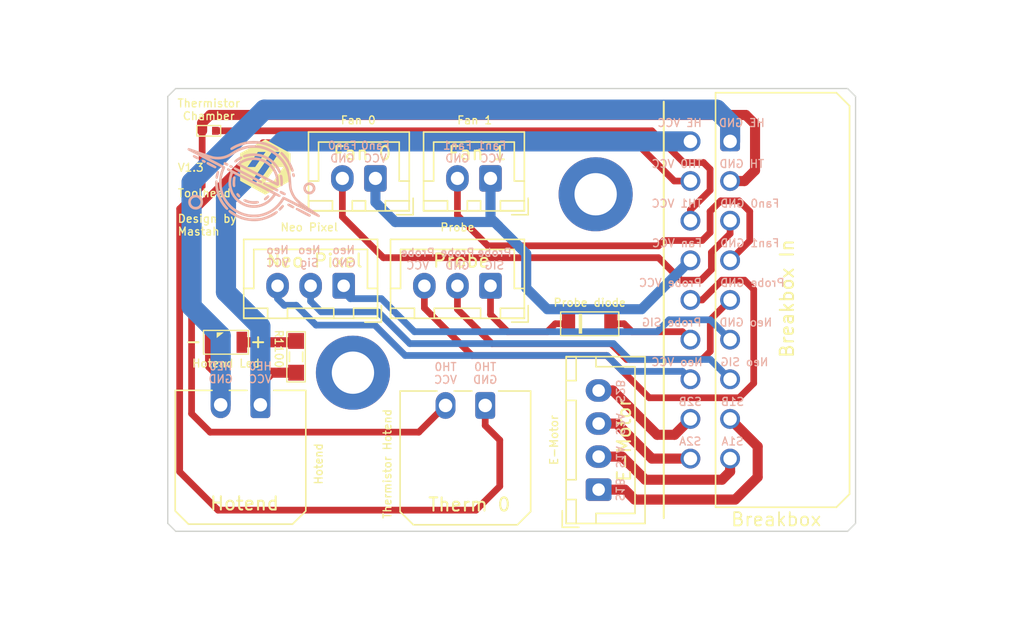
<source format=kicad_pcb>
(kicad_pcb (version 20211014) (generator pcbnew)
  (layers (0 "F.Cu" signal) (31 "B.Cu" signal) (34 "B.Paste" user) (35 "F.Paste" user) (36 "B.SilkS" user "B.Silkscreen") (37 "F.SilkS" user "F.Silkscreen") (38 "B.Mask" user) (39 "F.Mask" user) (44 "Edge.Cuts" user))
  (net 0 "")
  (footprint "Connector_Molex:Molex_Micro-Fit_3.0_43650-0200_1x02_P3.00mm_Horizontal" (layer "F.Cu") (at 92 102.48 180)
    (fp_text reference "Therm 0" (at 1.2 -7.5) (layer "F.SilkS"))
    (fp_text value "Molex_Micro-Fit_3.0_43650-0200_1x02_P3.00mm_Horizontal" hide)
    (pad "" np_thru_hole circle (at 1.5 -4.32 180) (size 3 3) (drill 3) (layers *.Cu *.Mask))
    (pad "1" thru_hole roundrect (at 0 0 180) (size 1.5 2.02) (drill 1.02) (layers *.Cu *.Mask) (roundrect_rratio 0.1666673333))
    (pad "2" thru_hole oval (at 3 0 180) (size 1.5 2.02) (drill 1.02) (layers *.Cu *.Mask))
  )
  (footprint "MountingHole:MountingHole_3.2mm_M3_DIN965_Pad" (layer "F.Cu") (at 100.35 86.5)
    (fp_text reference "REF**" hide)
    (fp_text value "MountingHole_3.2mm_M3_DIN965_Pad" hide)
    (pad "1" thru_hole circle (at 0 0) (size 5.6 5.6) (drill 3.2) (layers *.Cu *.Mask))
  )
  (footprint "Connector_JST:JST_XH_B3B-XH-A_1x03_P2.50mm_Vertical" (layer "F.Cu") (at 81.3 93.425 180)
    (fp_text reference "Neo Pixel" (at 2.2 1.9) (layer "F.SilkS"))
    (fp_text value "JST_XH_B3B-XH-A_1x03_P2.50mm_Vertical" hide)
    (pad "1" thru_hole roundrect (at 0 0 180) (size 1.7 1.95) (drill 0.95) (layers *.Cu *.Mask) (roundrect_rratio 0.1470588235))
    (pad "2" thru_hole oval (at 2.5 0 180) (size 1.7 1.95) (drill 0.95) (layers *.Cu *.Mask))
    (pad "3" thru_hole oval (at 5 0 180) (size 1.7 1.95) (drill 0.95) (layers *.Cu *.Mask))
  )
  (footprint "Connector_JST:JST_XH_B4B-XH-A_1x04_P2.50mm_Vertical" (layer "F.Cu") (at 100.575 108.85 90)
    (fp_text reference "E-Motor" (at 3.75 1.925 90) (layer "F.SilkS"))
    (fp_text value "JST_XH_B4B-XH-A_1x04_P2.50mm_Vertical" hide)
    (pad "1" thru_hole roundrect (at 0 0 90) (size 1.7 1.95) (drill 0.95) (layers *.Cu *.Mask) (roundrect_rratio 0.1470588235))
    (pad "2" thru_hole oval (at 2.5 0 90) (size 1.7 1.95) (drill 0.95) (layers *.Cu *.Mask))
    (pad "3" thru_hole oval (at 5 0 90) (size 1.7 1.95) (drill 0.95) (layers *.Cu *.Mask))
    (pad "4" thru_hole oval (at 7.5 0 90) (size 1.7 1.95) (drill 0.95) (layers *.Cu *.Mask))
  )
  (footprint "voron_diode:BAS85,135" (layer "F.Cu") (at 99.9 96.3)
    (fp_text reference "Probe filter diode" hide)
    (fp_text value "BAS85,135" hide)
    (pad "1" smd rect (at -1.6 0) (size 1 1.6) (layers "F.Cu" "F.Paste" "F.Mask"))
    (pad "2" smd rect (at 1.6 0) (size 1 1.6) (layers "F.Cu" "F.Paste" "F.Mask"))
  )
  (footprint "voron_resistor:CR0805-FX-1101ELF" (layer "F.Cu") (at 77.7 98.8 -90)
    (fp_text reference "R1100" (at -0.6 1.3 -90 unlocked) (layer "F.SilkS") (effects (font (size 0.6 0.6) (thickness 0.1))))
    (fp_text value "CR0805-FX-1101ELF" hide)
    (pad "1" smd rect (at -1.2 0 270) (size 1.2 1.2) (layers "F.Cu" "F.Paste" "F.Mask"))
    (pad "2" smd rect (at 1.2 0 270) (size 1.2 1.2) (layers "F.Cu" "F.Paste" "F.Mask"))
  )
  (footprint "voron_thermistor:NTCS0402E3104FHT" (layer "F.Cu") (at 71.1 81.7)
    (fp_text reference "Thermistor Chamber" hide)
    (fp_text value "NTCS0402E3104FHT" hide)
    (pad "1" smd rect (at -0.5015 -0.001) (size 0.5 0.6) (layers "F.Cu" "F.Paste" "F.Mask"))
    (pad "2" smd rect (at 0.5 0) (size 0.5 0.6) (layers "F.Cu" "F.Paste" "F.Mask"))
  )
  (footprint "MountingHole:MountingHole_3.2mm_M3_DIN965_Pad" (layer "F.Cu") (at 82 100)
    (fp_text reference "REF**" hide)
    (fp_text value "MountingHole_3.2mm_M3_DIN965_Pad" hide)
    (pad "1" thru_hole circle (at 0 0) (size 5.6 5.6) (drill 3.2) (layers *.Cu *.Mask))
  )
  (footprint "Connector_Molex:Molex_Micro-Fit_3.0_43650-0200_1x02_P3.00mm_Horizontal" (layer "F.Cu") (at 75 102.43 180)
    (fp_text reference "Hotend" (at 1.2 -7.47) (layer "F.SilkS"))
    (fp_text value "Molex_Micro-Fit_3.0_43650-0200_1x02_P3.00mm_Horizontal" hide)
    (pad "" np_thru_hole circle (at 1.5 -4.32 180) (size 3 3) (drill 3) (layers *.Cu *.Mask))
    (pad "1" thru_hole roundrect (at 0 0 180) (size 1.5 2.02) (drill 1.02) (layers *.Cu *.Mask) (roundrect_rratio 0.1666673333))
    (pad "2" thru_hole oval (at 3 0 180) (size 1.5 2.02) (drill 1.02) (layers *.Cu *.Mask))
  )
  (footprint "Connector_JST:JST_XH_B2B-XH-A_1x02_P2.50mm_Vertical" (layer "F.Cu") (at 92.4 85.3 180)
    (fp_text reference "Fan 1" (at 1 1.9) (layer "F.SilkS"))
    (fp_text value "JST_XH_B2B-XH-A_1x02_P2.50mm_Vertical" hide)
    (pad "1" thru_hole roundrect (at 0 0 180) (size 1.7 2) (drill 1) (layers *.Cu *.Mask) (roundrect_rratio 0.1470588235))
    (pad "2" thru_hole oval (at 2.5 0 180) (size 1.7 2) (drill 1) (layers *.Cu *.Mask))
  )
  (footprint "voron_logo:voron_logo_5x5_negatif" (layer "F.Cu") (at 75.4 84.4)
    (fp_text reference "G***" hide)
    (fp_text value "LOGO" hide)
  )
  (footprint "voron_led:150302RS73100" (layer "F.Cu") (at 72.4 97.7 180)
    (fp_text reference "Hotend Led" (at 0 -1.6 unlocked) (layer "F.SilkS") (effects (font (size 0.6 0.6) (thickness 0.1))))
    (fp_text value "150302RS73100" hide)
    (fp_text user "+" (at -2.43 -0.07 180 unlocked) (layer "F.SilkS"))
    (fp_text user "-" (at 2.46 -0.07 180 unlocked) (layer "F.SilkS"))
    (pad "1" smd rect (at -1.2 0 180) (size 0.8 1.6) (layers "F.Cu" "F.Paste" "F.Mask"))
    (pad "2" smd rect (at 1.2 0 180) (size 0.8 1.6) (layers "F.Cu" "F.Paste" "F.Mask"))
  )
  (footprint "Connector_Molex:Molex_Micro-Fit_3.0_43045-1800_2x09_P3.00mm_Horizontal" (layer "F.Cu") (at 110.515 82.5 -90)
    (fp_text reference "Breakbox In" (at 11.89 -4.3 90) (layer "F.SilkS"))
    (fp_text value "Molex_Micro-Fit_3.0_43045-1800_2x09_P3.00mm_Horizontal" hide)
    (pad "" np_thru_hole circle (at 21.86 -4.32 270) (size 3 3) (drill 3) (layers *.Cu *.Mask))
    (pad "" np_thru_hole circle (at 2.16 -4.32 270) (size 3 3) (drill 3) (layers *.Cu *.Mask))
    (pad "1" thru_hole roundrect (at 0 0 270) (size 1.5 1.5) (drill 1.02) (layers *.Cu *.Mask) (roundrect_rratio 0.1666673333))
    (pad "2" thru_hole circle (at 3 0 270) (size 1.5 1.5) (drill 1.02) (layers *.Cu *.Mask))
    (pad "3" thru_hole circle (at 6 0 270) (size 1.5 1.5) (drill 1.02) (layers *.Cu *.Mask))
    (pad "4" thru_hole circle (at 9 0 270) (size 1.5 1.5) (drill 1.02) (layers *.Cu *.Mask))
    (pad "5" thru_hole circle (at 12 0 270) (size 1.5 1.5) (drill 1.02) (layers *.Cu *.Mask))
    (pad "6" thru_hole circle (at 15 0 270) (size 1.5 1.5) (drill 1.02) (layers *.Cu *.Mask))
    (pad "7" thru_hole circle (at 18 0 270) (size 1.5 1.5) (drill 1.02) (layers *.Cu *.Mask))
    (pad "8" thru_hole circle (at 21 0 270) (size 1.5 1.5) (drill 1.02) (layers *.Cu *.Mask))
    (pad "9" thru_hole circle (at 24 0 270) (size 1.5 1.5) (drill 1.02) (layers *.Cu *.Mask))
    (pad "10" thru_hole circle (at 0 3 270) (size 1.5 1.5) (drill 1.02) (layers *.Cu *.Mask))
    (pad "11" thru_hole circle (at 3 3 270) (size 1.5 1.5) (drill 1.02) (layers *.Cu *.Mask))
    (pad "12" thru_hole circle (at 6 3 270) (size 1.5 1.5) (drill 1.02) (layers *.Cu *.Mask))
    (pad "13" thru_hole circle (at 9 3 270) (size 1.5 1.5) (drill 1.02) (layers *.Cu *.Mask))
    (pad "14" thru_hole circle (at 12 3 270) (size 1.5 1.5) (drill 1.02) (layers *.Cu *.Mask))
    (pad "15" thru_hole circle (at 15 3 270) (size 1.5 1.5) (drill 1.02) (layers *.Cu *.Mask))
    (pad "16" thru_hole circle (at 18 3 270) (size 1.5 1.5) (drill 1.02) (layers *.Cu *.Mask))
    (pad "17" thru_hole circle (at 21 3 270) (size 1.5 1.5) (drill 1.02) (layers *.Cu *.Mask))
    (pad "18" thru_hole circle (at 24 3 270) (size 1.5 1.5) (drill 1.02) (layers *.Cu *.Mask))
  )
  (footprint "Connector_JST:JST_XH_B2B-XH-A_1x02_P2.50mm_Vertical" (layer "F.Cu") (at 83.7 85.3 180)
    (fp_text reference "Fan 0" (at 1 1.9) (layer "F.SilkS"))
    (fp_text value "JST_XH_B2B-XH-A_1x02_P2.50mm_Vertical" hide)
    (pad "1" thru_hole roundrect (at 0 0 180) (size 1.7 2) (drill 1) (layers *.Cu *.Mask) (roundrect_rratio 0.1470588235))
    (pad "2" thru_hole oval (at 2.5 0 180) (size 1.7 2) (drill 1) (layers *.Cu *.Mask))
  )
  (footprint "Connector_JST:JST_XH_B3B-XH-A_1x03_P2.50mm_Vertical" (layer "F.Cu") (at 92.4 93.425 180)
    (fp_text reference "Probe" (at 2.2 1.9) (layer "F.SilkS"))
    (fp_text value "JST_XH_B3B-XH-A_1x03_P2.50mm_Vertical" hide)
    (pad "1" thru_hole roundrect (at 0 0 180) (size 1.7 1.95) (drill 0.95) (layers *.Cu *.Mask) (roundrect_rratio 0.1470588235))
    (pad "2" thru_hole oval (at 2.5 0 180) (size 1.7 1.95) (drill 0.95) (layers *.Cu *.Mask))
    (pad "3" thru_hole oval (at 5 0 180) (size 1.7 1.95) (drill 0.95) (layers *.Cu *.Mask))
  )
  (footprint "voron_logo:black_hole_10x10" (layer "B.Cu") (at 74.5 85.5 180)
    (fp_text reference "G***" hide)
    (fp_text value "LOGO" hide)
  )
  (gr_line (start 105.5 79.5) (end 105.5 111) (layer "F.SilkS") (width 0.15))
  (gr_line (start 68.6 112) (end 68 111.4) (layer "Edge.Cuts") (width 0.1))
  (gr_line (start 68.6 78.5) (end 68 79.1) (layer "Edge.Cuts") (width 0.1))
  (gr_line (start 68 79.1) (end 68 111.4) (layer "Edge.Cuts") (width 0.1))
  (gr_line (start 120 111.4) (end 120 79.1) (layer "Edge.Cuts") (width 0.1))
  (gr_line (start 119.4 78.5) (end 68.6 78.5) (layer "Edge.Cuts") (width 0.1))
  (gr_line (start 68.6 112) (end 119.4 112) (layer "Edge.Cuts") (width 0.1))
  (gr_line (start 119.4 112) (end 120 111.4) (layer "Edge.Cuts") (width 0.1))
  (gr_line (start 119.4 78.5) (end 120 79.1) (layer "Edge.Cuts") (width 0.1))
  (gr_text "S2A" (at 107.5 105.2) (layer "B.SilkS") (effects (font (size 0.6 0.6) (thickness 0.1)) (justify mirror)))
  (gr_text "Neo\nGND" (at 81.3 91.2) (layer "B.SilkS") (effects (font (size 0.6 0.6) (thickness 0.1)) (justify mirror)))
  (gr_text "Fan0\nVCC" (at 83.7 83.3) (layer "B.SilkS") (effects (font (size 0.6 0.6) (thickness 0.1)) (justify mirror)))
  (gr_text "TH0\nVCC" (at 89 100.05) (layer "B.SilkS") (effects (font (size 0.6 0.6) (thickness 0.1)) (justify mirror)))
  (gr_text "S1B" (at 102.175 108.85 -90) (layer "B.SilkS") (effects (font (size 0.6 0.6) (thickness 0.1)) (justify mirror)))
  (gr_text "Neo\nSig" (at 78.7 91.2) (layer "B.SilkS") (effects (font (size 0.6 0.6) (thickness 0.1)) (justify mirror)))
  (gr_text "Probe VCC" (at 106 93.2) (layer "B.SilkS") (effects (font (size 0.6 0.6) (thickness 0.1)) (justify mirror)))
  (gr_text "TH GND" (at 111.4 84.2) (layer "B.SilkS") (effects (font (size 0.6 0.6) (thickness 0.1)) (justify mirror)))
  (gr_text "Probe SIG" (at 106.1 96.2) (layer "B.SilkS") (effects (font (size 0.6 0.6) (thickness 0.1)) (justify mirror)))
  (gr_text "S1A" (at 102.2 106.4 -90) (layer "B.SilkS") (effects (font (size 0.6 0.6) (thickness 0.1)) (justify mirror)))
  (gr_text "S1B" (at 110.7 102.2) (layer "B.SilkS") (effects (font (size 0.6 0.6) (thickness 0.1)) (justify mirror)))
  (gr_text "Probe GND" (at 112.2 93.2) (layer "B.SilkS") (effects (font (size 0.6 0.6) (thickness 0.1)) (justify mirror)))
  (gr_text "Probe\nGND" (at 89.9 91.4) (layer "B.SilkS") (effects (font (size 0.6 0.6) (thickness 0.1)) (justify mirror)))
  (gr_text "TH0 VCC" (at 106.5 84.2) (layer "B.SilkS") (effects (font (size 0.6 0.6) (thickness 0.1)) (justify mirror)))
  (gr_text "TH0\nGND" (at 92 100.05) (layer "B.SilkS") (effects (font (size 0.6 0.6) (thickness 0.1)) (justify mirror)))
  (gr_text "Neo SIG" (at 111.6 99.2) (layer "B.SilkS") (effects (font (size 0.6 0.6) (thickness 0.1)) (justify mirror)))
  (gr_text "Neo VCC" (at 106.5 99.2) (layer "B.SilkS") (effects (font (size 0.6 0.6) (thickness 0.1)) (justify mirror)))
  (gr_text "HE VCC" (at 106.7 81.1) (layer "B.SilkS") (effects (font (size 0.6 0.6) (thickness 0.1)) (justify mirror)))
  (gr_text "Fan0\nGND" (at 81.2 83.3) (layer "B.SilkS") (effects (font (size 0.6 0.6) (thickness 0.1)) (justify mirror)))
  (gr_text "S2B" (at 102.2 101.4 -90) (layer "B.SilkS") (effects (font (size 0.6 0.6) (thickness 0.1)) (justify mirror)))
  (gr_text "Fan0 GND" (at 112 87.2) (layer "B.SilkS") (effects (font (size 0.6 0.6) (thickness 0.1)) (justify mirror)))
  (gr_text "HE0\nVCC" (at 75 100) (layer "B.SilkS") (effects (font (size 0.6 0.6) (thickness 0.1)) (justify mirror)))
  (gr_text "Neo\nVCC" (at 76.3 91.2) (layer "B.SilkS") (effects (font (size 0.6 0.6) (thickness 0.1)) (justify mirror)))
  (gr_text "S1A" (at 110.7 105.2) (layer "B.SilkS") (effects (font (size 0.6 0.6) (thickness 0.1)) (justify mirror)))
  (gr_text "Fan1\nGND" (at 89.9 83.3) (layer "B.SilkS") (effects (font (size 0.6 0.6) (thickness 0.1)) (justify mirror)))
  (gr_text "S2A" (at 102.2 103.9 -90) (layer "B.SilkS") (effects (font (size 0.6 0.6) (thickness 0.1)) (justify mirror)))
  (gr_text "HE GND" (at 111.4 81.1) (layer "B.SilkS") (effects (font (size 0.6 0.6) (thickness 0.1)) (justify mirror)))
  (gr_text "Probe\nSIG" (at 92.7 91.4) (layer "B.SilkS") (effects (font (size 0.6 0.6) (thickness 0.1)) (justify mirror)))
  (gr_text "TH1 VCC" (at 106.5 87.2) (layer "B.SilkS") (effects (font (size 0.6 0.6) (thickness 0.1)) (justify mirror)))
  (gr_text "HE0\nGND" (at 72 100) (layer "B.SilkS") (effects (font (size 0.6 0.6) (thickness 0.1)) (justify mirror)))
  (gr_text "S2B" (at 107.5 102.2) (layer "B.SilkS") (effects (font (size 0.6 0.6) (thickness 0.1)) (justify mirror)))
  (gr_text "Fan1 GND" (at 112 90.2) (layer "B.SilkS") (effects (font (size 0.6 0.6) (thickness 0.1)) (justify mirror)))
  (gr_text "Probe\nVCC" (at 86.9 91.4) (layer "B.SilkS") (effects (font (size 0.6 0.6) (thickness 0.1)) (justify mirror)))
  (gr_text "Fan1\nVCC" (at 92.5 83.3) (layer "B.SilkS") (effects (font (size 0.6 0.6) (thickness 0.1)) (justify mirror)))
  (gr_text "Neo GND" (at 111.7 96.2) (layer "B.SilkS") (effects (font (size 0.6 0.6) (thickness 0.1)) (justify mirror)))
  (gr_text "Fan VCC" (at 106.5 90.2) (layer "B.SilkS") (effects (font (size 0.6 0.6) (thickness 0.1)) (justify mirror)))
  (gr_text "Probe diode" (at 99.9 94.7) (layer "F.SilkS") (effects (font (size 0.6 0.6) (thickness 0.1))))
  (gr_text "Probe" (at 89.9 89) (layer "F.SilkS") (effects (font (size 0.6 0.6) (thickness 0.1))))
  (gr_text "Thermistor Hotend" (at 84.6 106.9 90) (layer "F.SilkS") (effects (font (size 0.6 0.6) (thickness 0.1))))
  (gr_text "Neo Pixel" (at 78.7 89) (layer "F.SilkS") (effects (font (size 0.6 0.6) (thickness 0.1))))
  (gr_text "Thermistor\nChamber" (at 71.1 80.1) (layer "F.SilkS") (effects (font (size 0.6 0.6) (thickness 0.1))))
  (gr_text "Breakbox" (at 114 111.1) (layer "F.SilkS") (effects (font (size 1 1) (thickness 0.13))))
  (gr_text "E-Motor" (at 97.2 105.1 90) (layer "F.SilkS") (effects (font (size 0.6 0.6) (thickness 0.1))))
  (gr_text "Hotend" (at 79.4 106.9 90) (layer "F.SilkS") (effects (font (size 0.6 0.6) (thickness 0.1))))
  (gr_text "Fan 1" (at 91.2 80.9) (layer "F.SilkS") (effects (font (size 0.6 0.6) (thickness 0.1))))
  (gr_text "V1.3\n\nToolhead\n\nDesign by\nMastah" (at 68.7 86.9) (layer "F.SilkS") (effects (font (size 0.6 0.6) (thickness 0.1)) (justify left)))
  (gr_text "Fan 0" (at 82.4 80.9) (layer "F.SilkS") (effects (font (size 0.6 0.6) (thickness 0.1))))
  (segment (start 91.3 110.4) (end 93.1 108.6) (width 0.508) (layer "F.Cu") (net 0))
  (segment (start 107.515 87.685) (end 109 86.2) (width 0.508) (layer "F.Cu") (net 0))
  (segment (start 87.4 95.1) (end 87.4 93.425) (width 0.508) (layer "F.Cu") (net 0))
  (segment (start 110.9 109.6) (end 103.3 109.6) (width 0.762) (layer "F.Cu") (net 0))
  (segment (start 109.015 96) (end 109.015 98.385) (width 0.508) (layer "F.Cu") (net 0))
  (segment (start 106.315 104.7) (end 105 104.7) (width 0.762) (layer "F.Cu") (net 0))
  (segment (start 86.98 104.5) (end 89 102.48) (width 0.508) (layer "F.Cu") (net 0))
  (segment (start 68.9 87.6) (end 68.9 107.5) (width 0.508) (layer "F.Cu") (net 0))
  (segment (start 110.515 94.5) (end 109.015 96) (width 0.508) (layer "F.Cu") (net 0))
  (segment (start 91 98.7) (end 87.4 95.1) (width 0.508) (layer "F.Cu") (net 0))
  (segment (start 109 86.2) (end 109 84.6) (width 0.508) (layer "F.Cu") (net 0))
  (segment (start 70.6 81.7005) (end 70.6 85.9) (width 0.508) (layer "F.Cu") (net 0))
  (segment (start 84.3 91.3) (end 81.2 88.2) (width 0.508) (layer "F.Cu") (net 0))
  (segment (start 111.6 93) (end 112.3 93.7) (width 0.508) (layer "F.Cu") (net 0))
  (segment (start 112.4 81.2) (end 111.7 80.5) (width 0.762) (layer "F.Cu") (net 0))
  (segment (start 75 100.8) (end 75 102.43) (width 0.762) (layer "F.Cu") (net 0))
  (segment (start 104.6 81.7) (end 71.6 81.7) (width 0.508) (layer "F.Cu") (net 0))
  (segment (start 103.1 96.9) (end 102.5 96.3) (width 0.508) (layer "F.Cu") (net 0))
  (segment (start 110.515 103.5) (end 112.6 105.585) (width 0.762) (layer "F.Cu") (net 0))
  (segment (start 92.425 93.4) (end 92.4 93.425) (width 0.508) (layer "F.Cu") (net 0))
  (segment (start 110.515 88.5) (end 110.515 89.485) (width 0.508) (layer "F.Cu") (net 0))
  (segment (start 107.515 106.5) (end 104.6 106.5) (width 0.762) (layer "F.Cu") (net 0))
  (segment (start 73.6 97.7) (end 77.6 97.7) (width 0.762) (layer "F.Cu") (net 0))
  (segment (start 108.3 93) (end 106.8 93) (width 0.508) (layer "F.Cu") (net 0))
  (segment (start 93.1 108.6) (end 93.1 105.1) (width 0.508) (layer "F.Cu") (net 0))
  (segment (start 102.7 99) (end 101.5 97.8) (width 0.508) (layer "F.Cu") (net 0))
  (segment (start 103.3 109.6) (end 102.55 108.85) (width 0.762) (layer "F.Cu") (net 0))
  (segment (start 92.5 97.8) (end 89.9 95.2) (width 0.508) (layer "F.Cu") (net 0))
  (segment (start 110.515 91.5) (end 112 90.015) (width 0.508) (layer "F.Cu") (net 0))
  (segment (start 108.4 99) (end 102.7 99) (width 0.508) (layer "F.Cu") (net 0))
  (segment (start 92.4 95.6) (end 92.4 93.425) (width 0.508) (layer "F.Cu") (net 0))
  (segment (start 109.9 108.1) (end 104.1 108.1) (width 0.762) (layer "F.Cu") (net 0))
  (segment (start 69.8 103.1) (end 71.2 104.5) (width 0.508) (layer "F.Cu") (net 0))
  (segment (start 112.3 93.7) (end 112.3 100.8) (width 0.508) (layer "F.Cu") (net 0))
  (segment (start 107 84.1) (end 104.6 81.7) (width 0.508) (layer "F.Cu") (net 0))
  (segment (start 77.7 100) (end 75.8 100) (width 0.762) (layer "F.Cu") (net 0))
  (segment (start 111.7 80.5) (end 71.2 80.5) (width 0.762) (layer "F.Cu") (net 0))
  (segment (start 71.8 110.4) (end 91.3 110.4) (width 0.508) (layer "F.Cu") (net 0))
  (segment (start 106.8 93) (end 105.1 91.3) (width 0.508) (layer "F.Cu") (net 0))
  (segment (start 100.725 106.5) (end 100.575 106.35) (width 0.762) (layer "F.Cu") (net 0))
  (segment (start 105.5 90) (end 105.1 90.4) (width 0.508) (layer "F.Cu") (net 0))
  (segment (start 110.515 85.5) (end 111.6 85.5) (width 0.762) (layer "F.Cu") (net 0))
  (segment (start 112.6 107.9) (end 110.9 109.6) (width 0.762) (layer "F.Cu") (net 0))
  (segment (start 108.5 84.1) (end 107 84.1) (width 0.508) (layer "F.Cu") (net 0))
  (segment (start 71.2 104.5) (end 86.98 104.5) (width 0.508) (layer "F.Cu") (net 0))
  (segment (start 93.1 105.1) (end 92 104) (width 0.508) (layer "F.Cu") (net 0))
  (segment (start 69.8 88) (end 69.8 103.1) (width 0.508) (layer "F.Cu") (net 0))
  (segment (start 102.55 108.85) (end 100.575 108.85) (width 0.762) (layer "F.Cu") (net 0))
  (segment (start 106.915 96.9) (end 103.1 96.9) (width 0.508) (layer "F.Cu") (net 0))
  (segment (start 72 100.3) (end 72 102.43) (width 0.762) (layer "F.Cu") (net 0))
  (segment (start 105 104.7) (end 101.65 101.35) (width 0.762) (layer "F.Cu") (net 0))
  (segment (start 103.4 82.6) (end 75.2 82.6) (width 0.508) (layer "F.Cu") (net 0))
  (segment (start 75.2 82.6) (end 69.8 88) (width 0.508) (layer "F.Cu") (net 0))
  (segment (start 102.35 106.35) (end 100.575 106.35) (width 0.762) (layer "F.Cu") (net 0))
  (segment (start 104.1 108.1) (end 102.35 106.35) (width 0.762) (layer "F.Cu") (net 0))
  (segment (start 81.2 88.2) (end 81.2 85.3) (width 0.508) (layer "F.Cu") (net 0))
  (segment (start 93.7 96.9) (end 92.4 95.6) (width 0.508) (layer "F.Cu") (net 0))
  (segment (start 92.2 90.4) (end 89.9 88.1) (width 0.508) (layer "F.Cu") (net 0))
  (segment (start 97.3 96.3) (end 96.7 96.9) (width 0.508) (layer "F.Cu") (net 0))
  (segment (start 70.6 85.9) (end 68.9 87.6) (width 0.508) (layer "F.Cu") (net 0))
  (segment (start 107.515 103.5) (end 106.315 104.7) (width 0.762) (layer "F.Cu") (net 0))
  (segment (start 107.515 88.5) (end 107.515 87.685) (width 0.508) (layer "F.Cu") (net 0))
  (segment (start 109 84.6) (end 108.5 84.1) (width 0.508) (layer "F.Cu") (net 0))
  (segment (start 92 104) (end 92 102.48) (width 0.508) (layer "F.Cu") (net 0))
  (segment (start 101.5 97.8) (end 92.5 97.8) (width 0.508) (layer "F.Cu") (net 0))
  (segment (start 71.2 99.5) (end 72 100.3) (width 0.762) (layer "F.Cu") (net 0))
  (segment (start 107.515 94.5) (end 108.4 94.5) (width 0.508) (layer "F.Cu") (net 0))
  (segment (start 112.4 84.7) (end 112.4 81.2) (width 0.762) (layer "F.Cu") (net 0))
  (segment (start 101.2 98.7) (end 91 98.7) (width 0.508) (layer "F.Cu") (net 0))
  (segment (start 75.8 100) (end 75 100.8) (width 0.762) (layer "F.Cu") (net 0))
  (segment (start 110.515 89.485) (end 109.1 90.9) (width 0.508) (layer "F.Cu") (net 0))
  (segment (start 109.1 90.9) (end 109.1 92.2) (width 0.508) (layer "F.Cu") (net 0))
  (segment (start 112 87.8) (end 111.2 87) (width 0.508) (layer "F.Cu") (net 0))
  (segment (start 89.9 95.2) (end 89.9 93.425) (width 0.508) (layer "F.Cu") (net 0))
  (segment (start 112.6 105.585) (end 112.6 107.9) (width 0.762) (layer "F.Cu") (net 0))
  (segment (start 102.5 96.3) (end 101.5 96.3) (width 0.508) (layer "F.Cu") (net 0))
  (segment (start 104.4 101.9) (end 101.2 98.7) (width 0.508) (layer "F.Cu") (net 0))
  (segment (start 111.6 85.5) (end 112.4 84.7) (width 0.762) (layer "F.Cu") (net 0))
  (segment (start 109.015 98.385) (end 108.4 99) (width 0.508) (layer "F.Cu") (net 0))
  (segment (start 109.8 87) (end 109 87.8) (width 0.508) (layer "F.Cu") (net 0))
  (segment (start 68.9 107.5) (end 71.8 110.4) (width 0.508) (layer "F.Cu") (net 0))
  (segment (start 109 89.4) (end 108.4 90) (width 0.508) (layer "F.Cu") (net 0))
  (segment (start 77.6 97.7) (end 77.7 97.6) (width 0.762) (layer "F.Cu") (net 0))
  (segment (start 110.515 107.485) (end 109.9 108.1) (width 0.762) (layer "F.Cu") (net 0))
  (segment (start 106.3 85.5) (end 103.4 82.6) (width 0.508) (layer "F.Cu") (net 0))
  (segment (start 104.6 106.5) (end 101.95 103.85) (width 0.762) (layer "F.Cu") (net 0))
  (segment (start 109 87.8) (end 109 89.4) (width 0.508) (layer "F.Cu") (net 0))
  (segment (start 70.5985 81.699) (end 70.6 81.7005) (width 0.508) (layer "F.Cu") (net 0))
  (segment (start 96.7 96.9) (end 93.7 96.9) (width 0.508) (layer "F.Cu") (net 0))
  (segment (start 111.2 101.9) (end 104.4 101.9) (width 0.508) (layer "F.Cu") (net 0))
  (segment (start 107.515 97.5) (end 106.915 96.9) (width 0.508) (layer "F.Cu") (net 0))
  (segment (start 105.1 91.3) (end 84.3 91.3) (width 0.508) (layer "F.Cu") (net 0))
  (segment (start 110.515 106.5) (end 110.515 107.485) (width 0.762) (layer "F.Cu") (net 0))
  (segment (start 107.515 85.5) (end 106.3 85.5) (width 0.508) (layer "F.Cu") (net 0))
  (segment (start 89.9 88.1) (end 89.9 85.3) (width 0.508) (layer "F.Cu") (net 0))
  (segment (start 108.4 94.5) (end 109.9 93) (width 0.508) (layer "F.Cu") (net 0))
  (segment (start 112.3 100.8) (end 111.2 101.9) (width 0.508) (layer "F.Cu") (net 0))
  (segment (start 70.5985 81.1015) (end 70.5985 81.699) (width 0.762) (layer "F.Cu") (net 0))
  (segment (start 108.4 90) (end 105.5 90) (width 0.508) (layer "F.Cu") (net 0))
  (segment (start 71.2 80.5) (end 70.5985 81.1015) (width 0.762) (layer "F.Cu") (net 0))
  (segment (start 109.1 92.2) (end 108.3 93) (width 0.508) (layer "F.Cu") (net 0))
  (segment (start 111.2 87) (end 109.8 87) (width 0.508) (layer "F.Cu") (net 0))
  (segment (start 105.1 90.4) (end 92.2 90.4) (width 0.508) (layer "F.Cu") (net 0))
  (segment (start 71.2 97.7) (end 71.2 99.5) (width 0.762) (layer "F.Cu") (net 0))
  (segment (start 109.9 93) (end 111.6 93) (width 0.508) (layer "F.Cu") (net 0))
  (segment (start 112 90.015) (end 112 87.8) (width 0.508) (layer "F.Cu") (net 0))
  (segment (start 101.95 103.85) (end 100.575 103.85) (width 0.762) (layer "F.Cu") (net 0))
  (segment (start 101.65 101.35) (end 100.575 101.35) (width 0.762) (layer "F.Cu") (net 0))
  (segment (start 98.3 96.3) (end 97.3 96.3) (width 0.508) (layer "F.Cu") (net 0))
  (segment (start 107.515 100.5) (end 106.915 99.9) (width 0.508) (layer "B.Cu") (net 0))
  (segment (start 84.15 94.4) (end 81.8 94.4) (width 0.508) (layer "B.Cu") (net 0))
  (segment (start 76.7 82.5) (end 72.4 86.8) (width 1.524) (layer "B.Cu") (net 0))
  (segment (start 103.815 95.2) (end 107.515 91.5) (width 0.762) (layer "B.Cu") (net 0))
  (segment (start 75.3 80.1) (end 69.8 85.6) (width 1.524) (layer "B.Cu") (net 0))
  (segment (start 101.2 98.7) (end 85.95 98.7) (width 0.508) (layer "B.Cu") (net 0))
  (segment (start 109.015 99) (end 102.9 99) (width 0.508) (layer "B.Cu") (net 0))
  (segment (start 72.4 93.9) (end 75 96.5) (width 1.524) (layer "B.Cu") (net 0))
  (segment (start 110.515 82.5) (end 110.515 81.115) (width 1.524) (layer "B.Cu") (net 0))
  (segment (start 83.7 85.3) (end 83.7 87.1) (width 0.762) (layer "B.Cu") (net 0))
  (segment (start 69.8 95) (end 72 97.2) (width 1.524) (layer "B.Cu") (net 0))
  (segment (start 69.8 85.6) (end 69.8 95) (width 1.524) (layer "B.Cu") (net 0))
  (segment (start 86.65 96.9) (end 84.15 94.4) (width 0.508) (layer "B.Cu") (net 0))
  (segment (start 95.1 91) (end 95.1 93.6) (width 0.762) (layer "B.Cu") (net 0))
  (segment (start 92.7 88.6) (end 93 88.9) (width 0.762) (layer "B.Cu") (net 0))
  (segment (start 79.209375 96.4) (end 77.709375 94.9) (width 0.508) (layer "B.Cu") (net 0))
  (segment (start 109.015 96) (end 105.9 96) (width 0.508) (layer "B.Cu") (net 0))
  (segment (start 77.709375 94.9) (end 76.8 94.9) (width 0.508) (layer "B.Cu") (net 0))
  (segment (start 81.3 93.9) (end 81.3 93.425) (width 0.508) (layer "B.Cu") (net 0))
  (segment (start 85.2 88.6) (end 92.7 88.6) (width 0.762) (layer "B.Cu") (net 0))
  (segment (start 101.7 97.8) (end 86.3 97.8) (width 0.508) (layer "B.Cu") (net 0))
  (segment (start 110.515 97.5) (end 109.015 96) (width 0.508) (layer "B.Cu") (net 0))
  (segment (start 79.6 95.4) (end 78.8 94.6) (width 0.508) (layer "B.Cu") (net 0))
  (segment (start 105 96.9) (end 86.65 96.9) (width 0.508) (layer "B.Cu") (net 0))
  (segment (start 96.7 95.2) (end 103.815 95.2) (width 0.762) (layer "B.Cu") (net 0))
  (segment (start 92.4 85.3) (end 92.4 88.3) (width 0.762) (layer "B.Cu") (net 0))
  (segment (start 93 88.9) (end 95.1 91) (width 0.762) (layer "B.Cu") (net 0))
  (segment (start 110.515 100.5) (end 109.015 99) (width 0.508) (layer "B.Cu") (net 0))
  (segment (start 107.515 82.5) (end 76.7 82.5) (width 1.524) (layer "B.Cu") (net 0))
  (segment (start 83.65 96.4) (end 79.209375 96.4) (width 0.508) (layer "B.Cu") (net 0))
  (segment (start 76.8 94.9) (end 76.3 94.4) (width 0.508) (layer "B.Cu") (net 0))
  (segment (start 95.1 93.6) (end 96.7 95.2) (width 0.762) (layer "B.Cu") (net 0))
  (segment (start 106.915 99.9) (end 102.4 99.9) (width 0.508) (layer "B.Cu") (net 0))
  (segment (start 83.7 87.1) (end 85.2 88.6) (width 0.762) (layer "B.Cu") (net 0))
  (segment (start 72.4 86.8) (end 72.4 93.9) (width 1.524) (layer "B.Cu") (net 0))
  (segment (start 105.9 96) (end 105 96.9) (width 0.508) (layer "B.Cu") (net 0))
  (segment (start 76.3 94.4) (end 76.3 93.425) (width 0.508) (layer "B.Cu") (net 0))
  (segment (start 83.9 95.4) (end 79.6 95.4) (width 0.508) (layer "B.Cu") (net 0))
  (segment (start 86.3 97.8) (end 83.9 95.4) (width 0.508) (layer "B.Cu") (net 0))
  (segment (start 107.515 85.5) (end 107.5 85.5) (width 0.508) (layer "B.Cu") (net 0))
  (segment (start 85.95 98.7) (end 83.65 96.4) (width 0.508) (layer "B.Cu") (net 0))
  (segment (start 109.5 80.1) (end 75.3 80.1) (width 1.524) (layer "B.Cu") (net 0))
  (segment (start 72 97.2) (end 72 102.43) (width 1.524) (layer "B.Cu") (net 0))
  (segment (start 110.515 81.115) (end 109.5 80.1) (width 1.524) (layer "B.Cu") (net 0))
  (segment (start 92.4 88.3) (end 93 88.9) (width 0.762) (layer "B.Cu") (net 0))
  (segment (start 75 96.5) (end 75 102.43) (width 1.524) (layer "B.Cu") (net 0))
  (segment (start 102.9 99) (end 101.7 97.8) (width 0.508) (layer "B.Cu") (net 0))
  (segment (start 78.8 94.6) (end 78.8 93.425) (width 0.508) (layer "B.Cu") (net 0))
  (segment (start 81.8 94.4) (end 81.3 93.9) (width 0.508) (layer "B.Cu") (net 0))
  (segment (start 102.4 99.9) (end 101.2 98.7) (width 0.508) (layer "B.Cu") (net 0))
)
</source>
